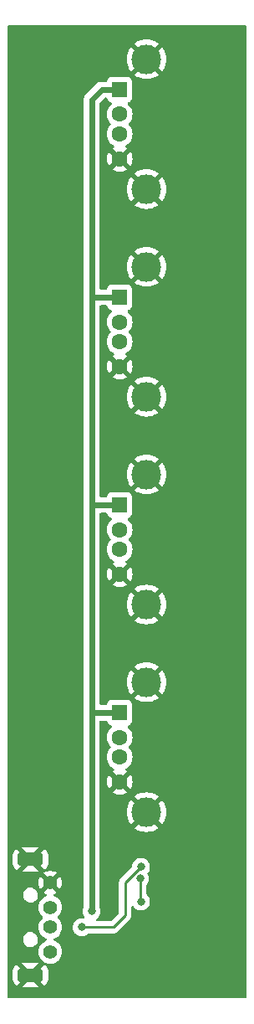
<source format=gbr>
%TF.GenerationSoftware,KiCad,Pcbnew,7.0.7*%
%TF.CreationDate,2024-02-11T16:58:00-05:00*%
%TF.ProjectId,HS8836A_USB_hub,48533838-3336-4415-9f55-53425f687562,rev?*%
%TF.SameCoordinates,Original*%
%TF.FileFunction,Copper,L2,Bot*%
%TF.FilePolarity,Positive*%
%FSLAX46Y46*%
G04 Gerber Fmt 4.6, Leading zero omitted, Abs format (unit mm)*
G04 Created by KiCad (PCBNEW 7.0.7) date 2024-02-11 16:58:00*
%MOMM*%
%LPD*%
G01*
G04 APERTURE LIST*
G04 Aperture macros list*
%AMRoundRect*
0 Rectangle with rounded corners*
0 $1 Rounding radius*
0 $2 $3 $4 $5 $6 $7 $8 $9 X,Y pos of 4 corners*
0 Add a 4 corners polygon primitive as box body*
4,1,4,$2,$3,$4,$5,$6,$7,$8,$9,$2,$3,0*
0 Add four circle primitives for the rounded corners*
1,1,$1+$1,$2,$3*
1,1,$1+$1,$4,$5*
1,1,$1+$1,$6,$7*
1,1,$1+$1,$8,$9*
0 Add four rect primitives between the rounded corners*
20,1,$1+$1,$2,$3,$4,$5,0*
20,1,$1+$1,$4,$5,$6,$7,0*
20,1,$1+$1,$6,$7,$8,$9,0*
20,1,$1+$1,$8,$9,$2,$3,0*%
G04 Aperture macros list end*
%TA.AperFunction,ComponentPad*%
%ADD10R,1.500000X1.600000*%
%TD*%
%TA.AperFunction,ComponentPad*%
%ADD11C,1.600000*%
%TD*%
%TA.AperFunction,ComponentPad*%
%ADD12C,3.000000*%
%TD*%
%TA.AperFunction,ComponentPad*%
%ADD13RoundRect,0.350000X-0.950000X0.350000X-0.950000X-0.350000X0.950000X-0.350000X0.950000X0.350000X0*%
%TD*%
%TA.AperFunction,ComponentPad*%
%ADD14C,1.400000*%
%TD*%
%TA.AperFunction,ViaPad*%
%ADD15C,0.800000*%
%TD*%
%TA.AperFunction,Conductor*%
%ADD16C,0.600000*%
%TD*%
%TA.AperFunction,Conductor*%
%ADD17C,0.250000*%
%TD*%
G04 APERTURE END LIST*
D10*
%TO.P,J4,1,VBUS*%
%TO.N,VCC*%
X145840000Y-76300000D03*
D11*
%TO.P,J4,2,D-*%
%TO.N,Net-(J4-D-)*%
X145840000Y-78800000D03*
%TO.P,J4,3,D+*%
%TO.N,Net-(J4-D+)*%
X145840000Y-80800000D03*
%TO.P,J4,4,GND*%
%TO.N,GND*%
X145840000Y-83300000D03*
D12*
%TO.P,J4,5,Shield*%
X148550000Y-86370000D03*
X148550000Y-73230000D03*
%TD*%
D13*
%TO.P,Jr1,5,Shield*%
%TO.N,GND*%
X136800000Y-144850000D03*
X136800000Y-133150000D03*
D14*
%TO.P,Jr1,4,GND*%
X138800000Y-135500000D03*
%TO.P,Jr1,3,D+*%
%TO.N,Net-(Jr1-D+)*%
X138800000Y-138000000D03*
%TO.P,Jr1,2,D-*%
%TO.N,Net-(Jr1-D-)*%
X138800000Y-140000000D03*
%TO.P,Jr1,1,VBUS*%
%TO.N,VCC*%
X138800000Y-142500000D03*
%TD*%
D12*
%TO.P,J5,5,Shield*%
%TO.N,GND*%
X148550000Y-52230000D03*
X148550000Y-65370000D03*
D11*
%TO.P,J5,4,GND*%
X145840000Y-62300000D03*
%TO.P,J5,3,D+*%
%TO.N,Net-(J5-D+)*%
X145840000Y-59800000D03*
%TO.P,J5,2,D-*%
%TO.N,Net-(J5-D-)*%
X145840000Y-57800000D03*
D10*
%TO.P,J5,1,VBUS*%
%TO.N,VCC*%
X145840000Y-55300000D03*
%TD*%
%TO.P,J3,1,VBUS*%
%TO.N,VCC*%
X145840000Y-97300000D03*
D11*
%TO.P,J3,2,D-*%
%TO.N,Net-(J3-D-)*%
X145840000Y-99800000D03*
%TO.P,J3,3,D+*%
%TO.N,Net-(J3-D+)*%
X145840000Y-101800000D03*
%TO.P,J3,4,GND*%
%TO.N,GND*%
X145840000Y-104300000D03*
D12*
%TO.P,J3,5,Shield*%
X148550000Y-107370000D03*
X148550000Y-94230000D03*
%TD*%
%TO.P,J2,5,Shield*%
%TO.N,GND*%
X148550000Y-115230000D03*
X148550000Y-128370000D03*
D11*
%TO.P,J2,4,GND*%
X145840000Y-125300000D03*
%TO.P,J2,3,D+*%
%TO.N,Net-(J2-D+)*%
X145840000Y-122800000D03*
%TO.P,J2,2,D-*%
%TO.N,Net-(J2-D-)*%
X145840000Y-120800000D03*
D10*
%TO.P,J2,1,VBUS*%
%TO.N,VCC*%
X145840000Y-118300000D03*
%TD*%
D15*
%TO.N,GND*%
X156100000Y-145700000D03*
X152600000Y-145700000D03*
%TO.N,VCC*%
X143000000Y-138400000D03*
%TO.N,Net-(Jr1-D-)*%
X142000000Y-140000000D03*
X148000000Y-133900000D03*
%TO.N,Net-(U1-DCP)*%
X147900000Y-135100000D03*
X148000000Y-137400000D03*
%TD*%
D16*
%TO.N,VCC*%
X145840000Y-118300000D02*
X143000000Y-118300000D01*
X143000000Y-118300000D02*
X143000000Y-97400000D01*
X143000000Y-138400000D02*
X143000000Y-118300000D01*
X145840000Y-97300000D02*
X143100000Y-97300000D01*
X143000000Y-97400000D02*
X143000000Y-76200000D01*
X143100000Y-97300000D02*
X143000000Y-97400000D01*
X143100000Y-76300000D02*
X143000000Y-76200000D01*
X145840000Y-76300000D02*
X143100000Y-76300000D01*
X143000000Y-76200000D02*
X143000000Y-56300000D01*
X144000000Y-55300000D02*
X145840000Y-55300000D01*
X143000000Y-56300000D02*
X144000000Y-55300000D01*
D17*
%TO.N,Net-(Jr1-D-)*%
X146400000Y-138800000D02*
X146400000Y-135500000D01*
X146400000Y-135500000D02*
X148000000Y-133900000D01*
X145200000Y-140000000D02*
X146400000Y-138800000D01*
X142000000Y-140000000D02*
X145200000Y-140000000D01*
%TO.N,Net-(U1-DCP)*%
X147900000Y-137300000D02*
X148000000Y-137400000D01*
X147900000Y-135100000D02*
X147900000Y-137300000D01*
%TD*%
%TA.AperFunction,Conductor*%
%TO.N,GND*%
G36*
X158642539Y-48820185D02*
G01*
X158688294Y-48872989D01*
X158699500Y-48924500D01*
X158699500Y-147075500D01*
X158679815Y-147142539D01*
X158627011Y-147188294D01*
X158575500Y-147199500D01*
X134574500Y-147199500D01*
X134507461Y-147179815D01*
X134461706Y-147127011D01*
X134450500Y-147075500D01*
X134450500Y-144426086D01*
X135000000Y-144426086D01*
X135000001Y-145273911D01*
X135000001Y-145273912D01*
X135002814Y-145315423D01*
X135002814Y-145315425D01*
X135047435Y-145494849D01*
X135129581Y-145660481D01*
X135245413Y-145804582D01*
X135382039Y-145914406D01*
X135963822Y-145332623D01*
X136025145Y-145299138D01*
X136072599Y-145301162D01*
X136072983Y-145298615D01*
X136082172Y-145300000D01*
X136404191Y-145300000D01*
X136471230Y-145319685D01*
X136516985Y-145372489D01*
X136526929Y-145441647D01*
X136497904Y-145505203D01*
X136491872Y-145511681D01*
X135953553Y-146049998D01*
X135953554Y-146049999D01*
X137646445Y-146049999D01*
X137646445Y-146049998D01*
X137108128Y-145511681D01*
X137074643Y-145450358D01*
X137079627Y-145380666D01*
X137121499Y-145324733D01*
X137186963Y-145300316D01*
X137195809Y-145300000D01*
X137483723Y-145300000D01*
X137483724Y-145300000D01*
X137525958Y-145293634D01*
X137595182Y-145303106D01*
X137632121Y-145328568D01*
X138217960Y-145914407D01*
X138354584Y-145804585D01*
X138354585Y-145804584D01*
X138470418Y-145660481D01*
X138552564Y-145494849D01*
X138597184Y-145315431D01*
X138600000Y-145273914D01*
X138599999Y-144426089D01*
X138599999Y-144426088D01*
X138597185Y-144384576D01*
X138597185Y-144384574D01*
X138552564Y-144205150D01*
X138470418Y-144039518D01*
X138354587Y-143895417D01*
X138354582Y-143895412D01*
X138304613Y-143855246D01*
X138264695Y-143797902D01*
X138262450Y-143737167D01*
X138259499Y-143743929D01*
X138249858Y-143750356D01*
X138251527Y-143752025D01*
X137636176Y-144367375D01*
X137574853Y-144400860D01*
X137527397Y-144398847D01*
X137527015Y-144401385D01*
X137517827Y-144400000D01*
X137195808Y-144400000D01*
X137128769Y-144380315D01*
X137083014Y-144327511D01*
X137073070Y-144258353D01*
X137102095Y-144194797D01*
X137108127Y-144188319D01*
X137646445Y-143650000D01*
X135953554Y-143650000D01*
X136491872Y-144188319D01*
X136525357Y-144249642D01*
X136520373Y-144319334D01*
X136478501Y-144375267D01*
X136413037Y-144399684D01*
X136404191Y-144400000D01*
X136116265Y-144400000D01*
X136074039Y-144406365D01*
X136004814Y-144396891D01*
X135967878Y-144371431D01*
X135382039Y-143785592D01*
X135382038Y-143785592D01*
X135245417Y-143895412D01*
X135245412Y-143895417D01*
X135129581Y-144039518D01*
X135047435Y-144205150D01*
X135002815Y-144384568D01*
X135000000Y-144426086D01*
X134450500Y-144426086D01*
X134450500Y-142500000D01*
X137594357Y-142500000D01*
X137614884Y-142721535D01*
X137614885Y-142721537D01*
X137675769Y-142935523D01*
X137675775Y-142935538D01*
X137774938Y-143134683D01*
X137774943Y-143134691D01*
X137909020Y-143312238D01*
X138073437Y-143462123D01*
X138073439Y-143462125D01*
X138229712Y-143558885D01*
X138276348Y-143610913D01*
X138287452Y-143679895D01*
X138278523Y-143700347D01*
X138297694Y-143667948D01*
X138360135Y-143636596D01*
X138427094Y-143642972D01*
X138470060Y-143659618D01*
X138688757Y-143700500D01*
X138688759Y-143700500D01*
X138911241Y-143700500D01*
X138911243Y-143700500D01*
X139129940Y-143659618D01*
X139337401Y-143579247D01*
X139526562Y-143462124D01*
X139690981Y-143312236D01*
X139825058Y-143134689D01*
X139924229Y-142935528D01*
X139985115Y-142721536D01*
X140005643Y-142500000D01*
X139985115Y-142278464D01*
X139924229Y-142064472D01*
X139892375Y-142000500D01*
X139825061Y-141865316D01*
X139825056Y-141865308D01*
X139690979Y-141687761D01*
X139526562Y-141537876D01*
X139526560Y-141537874D01*
X139337404Y-141420754D01*
X139337395Y-141420750D01*
X139265560Y-141392921D01*
X139195101Y-141365625D01*
X139139701Y-141323054D01*
X139116110Y-141257288D01*
X139131821Y-141189207D01*
X139181844Y-141140428D01*
X139195093Y-141134377D01*
X139337401Y-141079247D01*
X139526562Y-140962124D01*
X139690981Y-140812236D01*
X139825058Y-140634689D01*
X139924229Y-140435528D01*
X139985115Y-140221536D01*
X140005643Y-140000000D01*
X141094540Y-140000000D01*
X141114326Y-140188256D01*
X141114327Y-140188259D01*
X141172818Y-140368277D01*
X141172821Y-140368284D01*
X141267467Y-140532216D01*
X141359736Y-140634691D01*
X141394129Y-140672888D01*
X141547265Y-140784148D01*
X141547270Y-140784151D01*
X141720192Y-140861142D01*
X141720197Y-140861144D01*
X141905354Y-140900500D01*
X141905355Y-140900500D01*
X142094644Y-140900500D01*
X142094646Y-140900500D01*
X142279803Y-140861144D01*
X142452730Y-140784151D01*
X142605871Y-140672888D01*
X142608788Y-140669647D01*
X142611600Y-140666526D01*
X142671087Y-140629879D01*
X142703748Y-140625500D01*
X145117257Y-140625500D01*
X145132877Y-140627224D01*
X145132904Y-140626939D01*
X145140660Y-140627671D01*
X145140667Y-140627673D01*
X145209814Y-140625500D01*
X145239350Y-140625500D01*
X145246228Y-140624630D01*
X145252041Y-140624172D01*
X145298627Y-140622709D01*
X145317869Y-140617117D01*
X145336912Y-140613174D01*
X145356792Y-140610664D01*
X145400122Y-140593507D01*
X145405646Y-140591617D01*
X145409396Y-140590527D01*
X145450390Y-140578618D01*
X145467629Y-140568422D01*
X145485103Y-140559862D01*
X145503727Y-140552488D01*
X145503727Y-140552487D01*
X145503732Y-140552486D01*
X145541449Y-140525082D01*
X145546305Y-140521892D01*
X145586420Y-140498170D01*
X145600589Y-140483999D01*
X145615379Y-140471368D01*
X145631587Y-140459594D01*
X145661299Y-140423676D01*
X145665212Y-140419376D01*
X146783787Y-139300802D01*
X146796042Y-139290986D01*
X146795859Y-139290764D01*
X146801866Y-139285792D01*
X146801877Y-139285786D01*
X146832775Y-139252882D01*
X146849227Y-139235364D01*
X146859671Y-139224918D01*
X146870120Y-139214471D01*
X146874379Y-139208978D01*
X146878152Y-139204561D01*
X146910062Y-139170582D01*
X146919713Y-139153024D01*
X146930396Y-139136761D01*
X146942673Y-139120936D01*
X146961185Y-139078153D01*
X146963738Y-139072941D01*
X146986197Y-139032092D01*
X146991180Y-139012680D01*
X146997481Y-138994280D01*
X147005437Y-138975896D01*
X147012729Y-138929852D01*
X147013906Y-138924171D01*
X147025500Y-138879019D01*
X147025500Y-138858982D01*
X147027027Y-138839582D01*
X147030160Y-138819804D01*
X147025775Y-138773415D01*
X147025500Y-138767577D01*
X147025500Y-137975891D01*
X147045185Y-137908852D01*
X147097989Y-137863097D01*
X147167147Y-137853153D01*
X147230703Y-137882178D01*
X147256888Y-137913892D01*
X147267467Y-137932216D01*
X147394129Y-138072888D01*
X147547265Y-138184148D01*
X147547270Y-138184151D01*
X147720192Y-138261142D01*
X147720197Y-138261144D01*
X147905354Y-138300500D01*
X147905355Y-138300500D01*
X148094644Y-138300500D01*
X148094646Y-138300500D01*
X148279803Y-138261144D01*
X148452730Y-138184151D01*
X148605871Y-138072888D01*
X148732533Y-137932216D01*
X148827179Y-137768284D01*
X148885674Y-137588256D01*
X148905460Y-137400000D01*
X148885674Y-137211744D01*
X148827179Y-137031716D01*
X148732533Y-136867784D01*
X148605871Y-136727112D01*
X148576613Y-136705854D01*
X148533949Y-136650526D01*
X148525500Y-136605538D01*
X148525500Y-135798687D01*
X148545185Y-135731648D01*
X148557350Y-135715715D01*
X148601879Y-135666260D01*
X148632533Y-135632216D01*
X148727179Y-135468284D01*
X148785674Y-135288256D01*
X148805460Y-135100000D01*
X148785674Y-134911744D01*
X148727179Y-134731716D01*
X148668957Y-134630872D01*
X148652484Y-134562971D01*
X148675337Y-134496944D01*
X148684180Y-134485916D01*
X148732533Y-134432216D01*
X148827179Y-134268284D01*
X148885674Y-134088256D01*
X148905460Y-133900000D01*
X148885674Y-133711744D01*
X148827179Y-133531716D01*
X148732533Y-133367784D01*
X148605871Y-133227112D01*
X148605870Y-133227111D01*
X148452734Y-133115851D01*
X148452729Y-133115848D01*
X148279807Y-133038857D01*
X148279802Y-133038855D01*
X148134001Y-133007865D01*
X148094646Y-132999500D01*
X147905354Y-132999500D01*
X147872897Y-133006398D01*
X147720197Y-133038855D01*
X147720192Y-133038857D01*
X147547270Y-133115848D01*
X147547265Y-133115851D01*
X147394129Y-133227111D01*
X147267466Y-133367785D01*
X147172821Y-133531715D01*
X147172818Y-133531722D01*
X147114327Y-133711740D01*
X147114326Y-133711744D01*
X147096679Y-133879649D01*
X147070094Y-133944263D01*
X147061039Y-133954368D01*
X146016208Y-134999199D01*
X146003951Y-135009020D01*
X146004134Y-135009241D01*
X145998123Y-135014213D01*
X145950772Y-135064636D01*
X145929889Y-135085518D01*
X145929877Y-135085532D01*
X145925621Y-135091017D01*
X145921837Y-135095447D01*
X145889937Y-135129418D01*
X145889936Y-135129420D01*
X145880284Y-135146976D01*
X145869610Y-135163226D01*
X145857329Y-135179061D01*
X145857324Y-135179068D01*
X145838815Y-135221838D01*
X145836245Y-135227084D01*
X145813803Y-135267906D01*
X145808822Y-135287307D01*
X145802521Y-135305710D01*
X145794562Y-135324102D01*
X145794561Y-135324105D01*
X145787271Y-135370127D01*
X145786087Y-135375846D01*
X145774501Y-135420972D01*
X145774500Y-135420982D01*
X145774500Y-135441016D01*
X145772973Y-135460415D01*
X145769840Y-135480194D01*
X145769840Y-135480195D01*
X145774225Y-135526583D01*
X145774500Y-135532421D01*
X145774500Y-138489546D01*
X145754815Y-138556585D01*
X145738181Y-138577227D01*
X144977228Y-139338181D01*
X144915905Y-139371666D01*
X144889547Y-139374500D01*
X143572370Y-139374500D01*
X143505331Y-139354815D01*
X143459576Y-139302011D01*
X143449632Y-139232853D01*
X143478657Y-139169297D01*
X143499485Y-139150182D01*
X143539740Y-139120935D01*
X143605871Y-139072888D01*
X143732533Y-138932216D01*
X143827179Y-138768284D01*
X143885674Y-138588256D01*
X143905460Y-138400000D01*
X143885674Y-138211744D01*
X143827179Y-138031716D01*
X143827178Y-138031715D01*
X143827178Y-138031713D01*
X143817112Y-138014277D01*
X143800500Y-137952279D01*
X143800500Y-128370001D01*
X146544891Y-128370001D01*
X146565300Y-128655362D01*
X146626109Y-128934895D01*
X146726091Y-129202958D01*
X146863191Y-129454038D01*
X146863196Y-129454046D01*
X146969882Y-129596561D01*
X146969883Y-129596562D01*
X147475525Y-129090920D01*
X147536848Y-129057435D01*
X147606539Y-129062419D01*
X147654841Y-129095061D01*
X147771930Y-129223500D01*
X147771933Y-129223503D01*
X147816673Y-129257289D01*
X147858310Y-129313397D01*
X147863002Y-129383109D01*
X147829628Y-129443924D01*
X147323436Y-129950115D01*
X147465960Y-130056807D01*
X147465961Y-130056808D01*
X147717042Y-130193908D01*
X147717041Y-130193908D01*
X147985104Y-130293890D01*
X148264637Y-130354699D01*
X148549999Y-130375109D01*
X148550001Y-130375109D01*
X148835362Y-130354699D01*
X149114895Y-130293890D01*
X149382958Y-130193908D01*
X149634047Y-130056803D01*
X149776561Y-129950116D01*
X149776562Y-129950115D01*
X149270371Y-129443924D01*
X149236886Y-129382601D01*
X149241870Y-129312909D01*
X149283325Y-129257289D01*
X149328069Y-129223501D01*
X149445157Y-129095062D01*
X149504867Y-129058781D01*
X149574715Y-129060542D01*
X149624474Y-129090920D01*
X150130115Y-129596562D01*
X150130116Y-129596561D01*
X150236803Y-129454047D01*
X150373908Y-129202958D01*
X150473890Y-128934895D01*
X150534699Y-128655362D01*
X150555109Y-128370001D01*
X150555109Y-128369998D01*
X150534699Y-128084637D01*
X150473890Y-127805104D01*
X150373908Y-127537041D01*
X150236808Y-127285961D01*
X150236807Y-127285960D01*
X150130115Y-127143436D01*
X150130114Y-127143436D01*
X149624473Y-127649078D01*
X149563150Y-127682563D01*
X149493458Y-127677579D01*
X149445155Y-127644935D01*
X149328071Y-127516500D01*
X149283324Y-127482709D01*
X149241688Y-127426600D01*
X149236997Y-127356888D01*
X149270370Y-127296074D01*
X149776562Y-126789883D01*
X149776561Y-126789882D01*
X149634046Y-126683196D01*
X149634038Y-126683191D01*
X149382957Y-126546091D01*
X149382958Y-126546091D01*
X149114895Y-126446109D01*
X148835362Y-126385300D01*
X148550001Y-126364891D01*
X148549999Y-126364891D01*
X148264637Y-126385300D01*
X147985104Y-126446109D01*
X147717041Y-126546091D01*
X147465961Y-126683191D01*
X147465953Y-126683196D01*
X147323437Y-126789882D01*
X147323436Y-126789883D01*
X147829628Y-127296074D01*
X147863113Y-127357397D01*
X147858129Y-127427088D01*
X147816676Y-127482707D01*
X147771933Y-127516496D01*
X147654843Y-127644937D01*
X147595131Y-127681218D01*
X147525284Y-127679457D01*
X147475525Y-127649079D01*
X146969883Y-127143436D01*
X146969882Y-127143437D01*
X146863196Y-127285953D01*
X146863191Y-127285961D01*
X146726091Y-127537041D01*
X146626109Y-127805104D01*
X146565300Y-128084637D01*
X146544891Y-128369998D01*
X146544891Y-128370001D01*
X143800500Y-128370001D01*
X143800500Y-119224500D01*
X143820185Y-119157461D01*
X143872989Y-119111706D01*
X143924500Y-119100500D01*
X144473023Y-119100500D01*
X144540062Y-119120185D01*
X144585817Y-119172989D01*
X144593266Y-119200134D01*
X144594124Y-119199932D01*
X144595907Y-119207479D01*
X144646202Y-119342328D01*
X144646206Y-119342335D01*
X144732452Y-119457544D01*
X144732455Y-119457547D01*
X144847664Y-119543793D01*
X144847671Y-119543797D01*
X144965655Y-119587802D01*
X145021589Y-119629673D01*
X145046006Y-119695137D01*
X145031155Y-119763410D01*
X145004508Y-119795943D01*
X145004689Y-119796124D01*
X145002878Y-119797934D01*
X145002028Y-119798973D01*
X145000859Y-119799953D01*
X144839954Y-119960858D01*
X144709432Y-120147265D01*
X144709431Y-120147267D01*
X144613261Y-120353502D01*
X144613258Y-120353511D01*
X144554366Y-120573302D01*
X144554364Y-120573313D01*
X144534532Y-120799998D01*
X144534532Y-120800001D01*
X144554364Y-121026686D01*
X144554366Y-121026697D01*
X144613258Y-121246488D01*
X144613261Y-121246497D01*
X144709431Y-121452732D01*
X144709432Y-121452734D01*
X144839951Y-121639137D01*
X144913132Y-121712319D01*
X144946616Y-121773643D01*
X144941631Y-121843334D01*
X144913132Y-121887681D01*
X144839951Y-121960862D01*
X144709432Y-122147265D01*
X144709431Y-122147267D01*
X144613261Y-122353502D01*
X144613258Y-122353511D01*
X144554366Y-122573302D01*
X144554364Y-122573313D01*
X144534532Y-122799998D01*
X144534532Y-122800001D01*
X144554364Y-123026686D01*
X144554366Y-123026697D01*
X144613258Y-123246488D01*
X144613261Y-123246497D01*
X144709431Y-123452732D01*
X144709432Y-123452734D01*
X144839954Y-123639141D01*
X145000858Y-123800045D01*
X145000861Y-123800047D01*
X145187266Y-123930568D01*
X145202975Y-123937893D01*
X145255414Y-123984064D01*
X145274567Y-124051257D01*
X145254352Y-124118138D01*
X145202979Y-124162656D01*
X145187512Y-124169868D01*
X145114527Y-124220972D01*
X145114526Y-124220973D01*
X145599160Y-124705606D01*
X145632645Y-124766929D01*
X145627661Y-124836620D01*
X145585790Y-124892554D01*
X145581170Y-124895761D01*
X145477325Y-124985744D01*
X145441137Y-125042053D01*
X145388332Y-125087808D01*
X145319174Y-125097751D01*
X145255618Y-125068725D01*
X145249141Y-125062694D01*
X144760973Y-124574526D01*
X144709868Y-124647513D01*
X144613734Y-124853673D01*
X144613730Y-124853682D01*
X144554860Y-125073389D01*
X144554858Y-125073400D01*
X144535034Y-125299997D01*
X144535034Y-125300002D01*
X144554858Y-125526599D01*
X144554860Y-125526610D01*
X144613730Y-125746317D01*
X144613734Y-125746326D01*
X144709865Y-125952481D01*
X144709866Y-125952483D01*
X144760973Y-126025471D01*
X144760973Y-126025472D01*
X145249141Y-125537304D01*
X145310464Y-125503819D01*
X145380155Y-125508803D01*
X145436089Y-125550674D01*
X145441132Y-125557938D01*
X145477327Y-125614258D01*
X145580555Y-125703705D01*
X145587258Y-125709513D01*
X145585970Y-125710999D01*
X145624268Y-125755188D01*
X145634219Y-125824345D01*
X145605200Y-125887904D01*
X145599160Y-125894392D01*
X145114526Y-126379025D01*
X145114526Y-126379026D01*
X145187512Y-126430131D01*
X145187516Y-126430133D01*
X145393673Y-126526265D01*
X145393682Y-126526269D01*
X145613389Y-126585139D01*
X145613400Y-126585141D01*
X145839998Y-126604966D01*
X145840002Y-126604966D01*
X146066599Y-126585141D01*
X146066610Y-126585139D01*
X146286317Y-126526269D01*
X146286331Y-126526264D01*
X146492478Y-126430136D01*
X146565472Y-126379025D01*
X146080839Y-125894393D01*
X146047354Y-125833070D01*
X146052338Y-125763379D01*
X146094209Y-125707445D01*
X146098834Y-125704233D01*
X146099441Y-125703706D01*
X146099445Y-125703705D01*
X146202673Y-125614258D01*
X146238862Y-125557945D01*
X146291665Y-125512192D01*
X146360823Y-125502248D01*
X146424379Y-125531272D01*
X146430858Y-125537305D01*
X146919025Y-126025472D01*
X146970136Y-125952478D01*
X147066264Y-125746331D01*
X147066269Y-125746317D01*
X147125139Y-125526610D01*
X147125141Y-125526599D01*
X147144966Y-125300002D01*
X147144966Y-125299997D01*
X147125141Y-125073400D01*
X147125139Y-125073389D01*
X147066269Y-124853682D01*
X147066265Y-124853673D01*
X146970133Y-124647516D01*
X146970131Y-124647512D01*
X146919026Y-124574526D01*
X146919025Y-124574526D01*
X146430857Y-125062694D01*
X146369534Y-125096179D01*
X146299842Y-125091195D01*
X146243909Y-125049323D01*
X146238866Y-125042060D01*
X146202673Y-124985742D01*
X146099445Y-124896295D01*
X146099444Y-124896294D01*
X146092742Y-124890487D01*
X146094028Y-124889002D01*
X146055725Y-124844800D01*
X146045781Y-124775641D01*
X146074805Y-124712085D01*
X146080838Y-124705606D01*
X146565472Y-124220973D01*
X146492483Y-124169866D01*
X146492481Y-124169865D01*
X146477023Y-124162657D01*
X146424584Y-124116484D01*
X146405432Y-124049290D01*
X146425648Y-123982409D01*
X146477023Y-123937893D01*
X146492734Y-123930568D01*
X146679139Y-123800047D01*
X146840047Y-123639139D01*
X146970568Y-123452734D01*
X147066739Y-123246496D01*
X147125635Y-123026692D01*
X147145468Y-122800000D01*
X147125635Y-122573308D01*
X147066739Y-122353504D01*
X146970568Y-122147266D01*
X146840047Y-121960861D01*
X146766865Y-121887679D01*
X146733382Y-121826359D01*
X146738366Y-121756667D01*
X146766865Y-121712320D01*
X146840047Y-121639139D01*
X146970568Y-121452734D01*
X147066739Y-121246496D01*
X147125635Y-121026692D01*
X147145468Y-120800000D01*
X147125635Y-120573308D01*
X147066739Y-120353504D01*
X146970568Y-120147266D01*
X146840047Y-119960861D01*
X146840045Y-119960858D01*
X146679147Y-119799960D01*
X146677980Y-119798981D01*
X146677606Y-119798419D01*
X146675311Y-119796124D01*
X146675772Y-119795662D01*
X146639272Y-119740813D01*
X146638158Y-119670952D01*
X146674989Y-119611579D01*
X146714345Y-119587802D01*
X146832326Y-119543798D01*
X146832326Y-119543797D01*
X146832331Y-119543796D01*
X146947546Y-119457546D01*
X147033796Y-119342331D01*
X147084091Y-119207483D01*
X147090500Y-119147873D01*
X147090499Y-117452128D01*
X147084091Y-117392517D01*
X147033796Y-117257669D01*
X147033795Y-117257668D01*
X147033793Y-117257664D01*
X146947547Y-117142455D01*
X146947544Y-117142452D01*
X146832335Y-117056206D01*
X146832328Y-117056202D01*
X146697482Y-117005908D01*
X146697483Y-117005908D01*
X146637883Y-116999501D01*
X146637881Y-116999500D01*
X146637873Y-116999500D01*
X146637864Y-116999500D01*
X145042129Y-116999500D01*
X145042123Y-116999501D01*
X144982516Y-117005908D01*
X144847671Y-117056202D01*
X144847664Y-117056206D01*
X144732455Y-117142452D01*
X144732452Y-117142455D01*
X144646206Y-117257664D01*
X144646202Y-117257671D01*
X144595908Y-117392517D01*
X144594126Y-117400062D01*
X144591853Y-117399525D01*
X144569571Y-117453312D01*
X144512177Y-117493157D01*
X144473024Y-117499500D01*
X143924500Y-117499500D01*
X143857461Y-117479815D01*
X143811706Y-117427011D01*
X143800500Y-117375500D01*
X143800500Y-115230001D01*
X146544891Y-115230001D01*
X146565300Y-115515362D01*
X146626109Y-115794895D01*
X146726091Y-116062958D01*
X146863191Y-116314038D01*
X146863196Y-116314046D01*
X146969882Y-116456561D01*
X146969883Y-116456562D01*
X147475525Y-115950920D01*
X147536848Y-115917435D01*
X147606539Y-115922419D01*
X147654841Y-115955061D01*
X147771930Y-116083500D01*
X147771933Y-116083503D01*
X147816673Y-116117289D01*
X147858310Y-116173397D01*
X147863002Y-116243109D01*
X147829628Y-116303924D01*
X147323436Y-116810115D01*
X147465960Y-116916807D01*
X147465961Y-116916808D01*
X147717042Y-117053908D01*
X147717041Y-117053908D01*
X147985104Y-117153890D01*
X148264637Y-117214699D01*
X148549999Y-117235109D01*
X148550001Y-117235109D01*
X148835362Y-117214699D01*
X149114895Y-117153890D01*
X149382958Y-117053908D01*
X149634047Y-116916803D01*
X149776561Y-116810116D01*
X149776562Y-116810115D01*
X149270371Y-116303924D01*
X149236886Y-116242601D01*
X149241870Y-116172909D01*
X149283325Y-116117289D01*
X149328069Y-116083501D01*
X149445157Y-115955062D01*
X149504867Y-115918781D01*
X149574715Y-115920542D01*
X149624474Y-115950920D01*
X150130115Y-116456562D01*
X150130116Y-116456561D01*
X150236803Y-116314047D01*
X150373908Y-116062958D01*
X150473890Y-115794895D01*
X150534699Y-115515362D01*
X150555109Y-115230001D01*
X150555109Y-115229998D01*
X150534699Y-114944637D01*
X150473890Y-114665104D01*
X150373908Y-114397041D01*
X150236808Y-114145961D01*
X150236807Y-114145960D01*
X150130115Y-114003436D01*
X150130114Y-114003436D01*
X149624473Y-114509078D01*
X149563150Y-114542563D01*
X149493458Y-114537579D01*
X149445155Y-114504935D01*
X149328071Y-114376500D01*
X149283324Y-114342709D01*
X149241688Y-114286600D01*
X149236997Y-114216888D01*
X149270370Y-114156074D01*
X149776562Y-113649883D01*
X149776561Y-113649882D01*
X149634046Y-113543196D01*
X149634038Y-113543191D01*
X149382957Y-113406091D01*
X149382958Y-113406091D01*
X149114895Y-113306109D01*
X148835362Y-113245300D01*
X148550001Y-113224891D01*
X148549999Y-113224891D01*
X148264637Y-113245300D01*
X147985104Y-113306109D01*
X147717041Y-113406091D01*
X147465961Y-113543191D01*
X147465953Y-113543196D01*
X147323437Y-113649882D01*
X147323436Y-113649883D01*
X147829628Y-114156074D01*
X147863113Y-114217397D01*
X147858129Y-114287088D01*
X147816676Y-114342707D01*
X147771933Y-114376496D01*
X147654843Y-114504937D01*
X147595131Y-114541218D01*
X147525284Y-114539457D01*
X147475525Y-114509079D01*
X146969883Y-114003436D01*
X146969882Y-114003437D01*
X146863196Y-114145953D01*
X146863191Y-114145961D01*
X146726091Y-114397041D01*
X146626109Y-114665104D01*
X146565300Y-114944637D01*
X146544891Y-115229998D01*
X146544891Y-115230001D01*
X143800500Y-115230001D01*
X143800500Y-107370001D01*
X146544891Y-107370001D01*
X146565300Y-107655362D01*
X146626109Y-107934895D01*
X146726091Y-108202958D01*
X146863191Y-108454038D01*
X146863196Y-108454046D01*
X146969882Y-108596561D01*
X146969883Y-108596562D01*
X147475525Y-108090920D01*
X147536848Y-108057435D01*
X147606539Y-108062419D01*
X147654841Y-108095061D01*
X147771930Y-108223500D01*
X147771933Y-108223503D01*
X147816673Y-108257289D01*
X147858310Y-108313397D01*
X147863002Y-108383109D01*
X147829628Y-108443924D01*
X147323436Y-108950115D01*
X147465960Y-109056807D01*
X147465961Y-109056808D01*
X147717042Y-109193908D01*
X147717041Y-109193908D01*
X147985104Y-109293890D01*
X148264637Y-109354699D01*
X148549999Y-109375109D01*
X148550001Y-109375109D01*
X148835362Y-109354699D01*
X149114895Y-109293890D01*
X149382958Y-109193908D01*
X149634047Y-109056803D01*
X149776561Y-108950116D01*
X149776562Y-108950115D01*
X149270371Y-108443924D01*
X149236886Y-108382601D01*
X149241870Y-108312909D01*
X149283325Y-108257289D01*
X149328069Y-108223501D01*
X149445157Y-108095062D01*
X149504867Y-108058781D01*
X149574715Y-108060542D01*
X149624474Y-108090920D01*
X150130115Y-108596562D01*
X150130116Y-108596561D01*
X150236803Y-108454047D01*
X150373908Y-108202958D01*
X150473890Y-107934895D01*
X150534699Y-107655362D01*
X150555109Y-107370001D01*
X150555109Y-107369998D01*
X150534699Y-107084637D01*
X150473890Y-106805104D01*
X150373908Y-106537041D01*
X150236808Y-106285961D01*
X150236807Y-106285960D01*
X150130115Y-106143436D01*
X150130114Y-106143436D01*
X149624473Y-106649078D01*
X149563150Y-106682563D01*
X149493458Y-106677579D01*
X149445155Y-106644935D01*
X149328071Y-106516500D01*
X149283324Y-106482709D01*
X149241688Y-106426600D01*
X149236997Y-106356888D01*
X149270370Y-106296074D01*
X149776562Y-105789883D01*
X149776561Y-105789882D01*
X149634046Y-105683196D01*
X149634038Y-105683191D01*
X149382957Y-105546091D01*
X149382958Y-105546091D01*
X149114895Y-105446109D01*
X148835362Y-105385300D01*
X148550001Y-105364891D01*
X148549999Y-105364891D01*
X148264637Y-105385300D01*
X147985104Y-105446109D01*
X147717041Y-105546091D01*
X147465961Y-105683191D01*
X147465953Y-105683196D01*
X147323437Y-105789882D01*
X147323436Y-105789883D01*
X147829628Y-106296074D01*
X147863113Y-106357397D01*
X147858129Y-106427088D01*
X147816676Y-106482707D01*
X147771933Y-106516496D01*
X147654843Y-106644937D01*
X147595131Y-106681218D01*
X147525284Y-106679457D01*
X147475525Y-106649079D01*
X146969883Y-106143436D01*
X146969882Y-106143437D01*
X146863196Y-106285953D01*
X146863191Y-106285961D01*
X146726091Y-106537041D01*
X146626109Y-106805104D01*
X146565300Y-107084637D01*
X146544891Y-107369998D01*
X146544891Y-107370001D01*
X143800500Y-107370001D01*
X143800500Y-98224500D01*
X143820185Y-98157461D01*
X143872989Y-98111706D01*
X143924500Y-98100500D01*
X144473023Y-98100500D01*
X144540062Y-98120185D01*
X144585817Y-98172989D01*
X144593266Y-98200134D01*
X144594124Y-98199932D01*
X144595907Y-98207479D01*
X144646202Y-98342328D01*
X144646206Y-98342335D01*
X144732452Y-98457544D01*
X144732455Y-98457547D01*
X144847664Y-98543793D01*
X144847671Y-98543797D01*
X144965655Y-98587802D01*
X145021589Y-98629673D01*
X145046006Y-98695137D01*
X145031155Y-98763410D01*
X145004508Y-98795943D01*
X145004689Y-98796124D01*
X145002878Y-98797934D01*
X145002028Y-98798973D01*
X145000859Y-98799953D01*
X144839954Y-98960858D01*
X144709432Y-99147265D01*
X144709431Y-99147267D01*
X144613261Y-99353502D01*
X144613258Y-99353511D01*
X144554366Y-99573302D01*
X144554364Y-99573313D01*
X144534532Y-99799998D01*
X144534532Y-99800001D01*
X144554364Y-100026686D01*
X144554366Y-100026697D01*
X144613258Y-100246488D01*
X144613261Y-100246497D01*
X144709431Y-100452732D01*
X144709432Y-100452734D01*
X144839951Y-100639137D01*
X144913132Y-100712319D01*
X144946616Y-100773643D01*
X144941631Y-100843334D01*
X144913132Y-100887681D01*
X144839951Y-100960862D01*
X144709432Y-101147265D01*
X144709431Y-101147267D01*
X144613261Y-101353502D01*
X144613258Y-101353511D01*
X144554366Y-101573302D01*
X144554364Y-101573313D01*
X144534532Y-101799998D01*
X144534532Y-101800001D01*
X144554364Y-102026686D01*
X144554366Y-102026697D01*
X144613258Y-102246488D01*
X144613261Y-102246497D01*
X144709431Y-102452732D01*
X144709432Y-102452734D01*
X144839954Y-102639141D01*
X145000858Y-102800045D01*
X145000861Y-102800047D01*
X145187266Y-102930568D01*
X145202975Y-102937893D01*
X145255414Y-102984064D01*
X145274567Y-103051257D01*
X145254352Y-103118138D01*
X145202979Y-103162656D01*
X145187512Y-103169868D01*
X145114527Y-103220972D01*
X145114526Y-103220973D01*
X145599160Y-103705606D01*
X145632645Y-103766929D01*
X145627661Y-103836620D01*
X145585790Y-103892554D01*
X145581170Y-103895761D01*
X145477325Y-103985744D01*
X145441137Y-104042053D01*
X145388332Y-104087808D01*
X145319174Y-104097751D01*
X145255618Y-104068725D01*
X145249141Y-104062694D01*
X144760973Y-103574526D01*
X144709868Y-103647513D01*
X144613734Y-103853673D01*
X144613730Y-103853682D01*
X144554860Y-104073389D01*
X144554858Y-104073400D01*
X144535034Y-104299997D01*
X144535034Y-104300002D01*
X144554858Y-104526599D01*
X144554860Y-104526610D01*
X144613730Y-104746317D01*
X144613734Y-104746326D01*
X144709865Y-104952481D01*
X144709866Y-104952483D01*
X144760973Y-105025471D01*
X144760973Y-105025472D01*
X145249141Y-104537304D01*
X145310464Y-104503819D01*
X145380155Y-104508803D01*
X145436089Y-104550674D01*
X145441132Y-104557938D01*
X145477327Y-104614258D01*
X145580555Y-104703705D01*
X145587258Y-104709513D01*
X145585970Y-104710999D01*
X145624268Y-104755188D01*
X145634219Y-104824345D01*
X145605200Y-104887904D01*
X145599160Y-104894392D01*
X145114526Y-105379025D01*
X145114526Y-105379026D01*
X145187512Y-105430131D01*
X145187516Y-105430133D01*
X145393673Y-105526265D01*
X145393682Y-105526269D01*
X145613389Y-105585139D01*
X145613400Y-105585141D01*
X145839998Y-105604966D01*
X145840002Y-105604966D01*
X146066599Y-105585141D01*
X146066610Y-105585139D01*
X146286317Y-105526269D01*
X146286331Y-105526264D01*
X146492478Y-105430136D01*
X146565472Y-105379025D01*
X146080839Y-104894393D01*
X146047354Y-104833070D01*
X146052338Y-104763379D01*
X146094209Y-104707445D01*
X146098834Y-104704233D01*
X146099441Y-104703706D01*
X146099445Y-104703705D01*
X146202673Y-104614258D01*
X146238862Y-104557945D01*
X146291665Y-104512192D01*
X146360823Y-104502248D01*
X146424379Y-104531272D01*
X146430858Y-104537305D01*
X146919025Y-105025472D01*
X146970136Y-104952478D01*
X147066264Y-104746331D01*
X147066269Y-104746317D01*
X147125139Y-104526610D01*
X147125141Y-104526599D01*
X147144966Y-104300002D01*
X147144966Y-104299997D01*
X147125141Y-104073400D01*
X147125139Y-104073389D01*
X147066269Y-103853682D01*
X147066265Y-103853673D01*
X146970133Y-103647516D01*
X146970131Y-103647512D01*
X146919026Y-103574526D01*
X146919025Y-103574526D01*
X146430857Y-104062694D01*
X146369534Y-104096179D01*
X146299842Y-104091195D01*
X146243909Y-104049323D01*
X146238866Y-104042060D01*
X146202673Y-103985742D01*
X146099445Y-103896295D01*
X146099444Y-103896294D01*
X146092742Y-103890487D01*
X146094028Y-103889002D01*
X146055725Y-103844800D01*
X146045781Y-103775641D01*
X146074805Y-103712085D01*
X146080838Y-103705606D01*
X146565472Y-103220973D01*
X146492483Y-103169866D01*
X146492481Y-103169865D01*
X146477023Y-103162657D01*
X146424584Y-103116484D01*
X146405432Y-103049290D01*
X146425648Y-102982409D01*
X146477023Y-102937893D01*
X146492734Y-102930568D01*
X146679139Y-102800047D01*
X146840047Y-102639139D01*
X146970568Y-102452734D01*
X147066739Y-102246496D01*
X147125635Y-102026692D01*
X147145468Y-101800000D01*
X147125635Y-101573308D01*
X147066739Y-101353504D01*
X146970568Y-101147266D01*
X146840047Y-100960861D01*
X146766865Y-100887679D01*
X146733382Y-100826359D01*
X146738366Y-100756667D01*
X146766865Y-100712320D01*
X146840047Y-100639139D01*
X146970568Y-100452734D01*
X147066739Y-100246496D01*
X147125635Y-100026692D01*
X147145468Y-99800000D01*
X147125635Y-99573308D01*
X147066739Y-99353504D01*
X146970568Y-99147266D01*
X146840047Y-98960861D01*
X146840045Y-98960858D01*
X146679147Y-98799960D01*
X146677980Y-98798981D01*
X146677606Y-98798419D01*
X146675311Y-98796124D01*
X146675772Y-98795662D01*
X146639272Y-98740813D01*
X146638158Y-98670952D01*
X146674989Y-98611579D01*
X146714345Y-98587802D01*
X146832326Y-98543798D01*
X146832326Y-98543797D01*
X146832331Y-98543796D01*
X146947546Y-98457546D01*
X147033796Y-98342331D01*
X147084091Y-98207483D01*
X147090500Y-98147873D01*
X147090499Y-96452128D01*
X147084091Y-96392517D01*
X147033796Y-96257669D01*
X147033795Y-96257668D01*
X147033793Y-96257664D01*
X146947547Y-96142455D01*
X146947544Y-96142452D01*
X146832335Y-96056206D01*
X146832328Y-96056202D01*
X146697482Y-96005908D01*
X146697483Y-96005908D01*
X146637883Y-95999501D01*
X146637881Y-95999500D01*
X146637873Y-95999500D01*
X146637864Y-95999500D01*
X145042129Y-95999500D01*
X145042123Y-95999501D01*
X144982516Y-96005908D01*
X144847671Y-96056202D01*
X144847664Y-96056206D01*
X144732455Y-96142452D01*
X144732452Y-96142455D01*
X144646206Y-96257664D01*
X144646202Y-96257671D01*
X144595908Y-96392517D01*
X144594126Y-96400062D01*
X144591853Y-96399525D01*
X144569571Y-96453312D01*
X144512177Y-96493157D01*
X144473024Y-96499500D01*
X143924500Y-96499500D01*
X143857461Y-96479815D01*
X143811706Y-96427011D01*
X143800500Y-96375500D01*
X143800500Y-94230001D01*
X146544891Y-94230001D01*
X146565300Y-94515362D01*
X146626109Y-94794895D01*
X146726091Y-95062958D01*
X146863191Y-95314038D01*
X146863196Y-95314046D01*
X146969882Y-95456561D01*
X146969883Y-95456562D01*
X147475525Y-94950920D01*
X147536848Y-94917435D01*
X147606539Y-94922419D01*
X147654841Y-94955061D01*
X147771930Y-95083500D01*
X147771933Y-95083503D01*
X147816673Y-95117289D01*
X147858310Y-95173397D01*
X147863002Y-95243109D01*
X147829628Y-95303924D01*
X147323436Y-95810115D01*
X147465960Y-95916807D01*
X147465961Y-95916808D01*
X147717042Y-96053908D01*
X147717041Y-96053908D01*
X147985104Y-96153890D01*
X148264637Y-96214699D01*
X148549999Y-96235109D01*
X148550001Y-96235109D01*
X148835362Y-96214699D01*
X149114895Y-96153890D01*
X149382958Y-96053908D01*
X149634047Y-95916803D01*
X149776561Y-95810116D01*
X149776562Y-95810115D01*
X149270371Y-95303924D01*
X149236886Y-95242601D01*
X149241870Y-95172909D01*
X149283325Y-95117289D01*
X149328069Y-95083501D01*
X149445157Y-94955062D01*
X149504867Y-94918781D01*
X149574715Y-94920542D01*
X149624474Y-94950920D01*
X150130115Y-95456562D01*
X150130116Y-95456561D01*
X150236803Y-95314047D01*
X150373908Y-95062958D01*
X150473890Y-94794895D01*
X150534699Y-94515362D01*
X150555109Y-94230001D01*
X150555109Y-94229998D01*
X150534699Y-93944637D01*
X150473890Y-93665104D01*
X150373908Y-93397041D01*
X150236808Y-93145961D01*
X150236807Y-93145960D01*
X150130115Y-93003436D01*
X150130114Y-93003436D01*
X149624473Y-93509078D01*
X149563150Y-93542563D01*
X149493458Y-93537579D01*
X149445155Y-93504935D01*
X149328071Y-93376500D01*
X149283324Y-93342709D01*
X149241688Y-93286600D01*
X149236997Y-93216888D01*
X149270370Y-93156074D01*
X149776562Y-92649883D01*
X149776561Y-92649882D01*
X149634046Y-92543196D01*
X149634038Y-92543191D01*
X149382957Y-92406091D01*
X149382958Y-92406091D01*
X149114895Y-92306109D01*
X148835362Y-92245300D01*
X148550001Y-92224891D01*
X148549999Y-92224891D01*
X148264637Y-92245300D01*
X147985104Y-92306109D01*
X147717041Y-92406091D01*
X147465961Y-92543191D01*
X147465953Y-92543196D01*
X147323437Y-92649882D01*
X147323436Y-92649883D01*
X147829628Y-93156074D01*
X147863113Y-93217397D01*
X147858129Y-93287088D01*
X147816676Y-93342707D01*
X147771933Y-93376496D01*
X147654843Y-93504937D01*
X147595131Y-93541218D01*
X147525284Y-93539457D01*
X147475525Y-93509079D01*
X146969883Y-93003436D01*
X146969882Y-93003437D01*
X146863196Y-93145953D01*
X146863191Y-93145961D01*
X146726091Y-93397041D01*
X146626109Y-93665104D01*
X146565300Y-93944637D01*
X146544891Y-94229998D01*
X146544891Y-94230001D01*
X143800500Y-94230001D01*
X143800500Y-86370001D01*
X146544891Y-86370001D01*
X146565300Y-86655362D01*
X146626109Y-86934895D01*
X146726091Y-87202958D01*
X146863191Y-87454038D01*
X146863196Y-87454046D01*
X146969882Y-87596561D01*
X146969883Y-87596562D01*
X147475525Y-87090920D01*
X147536848Y-87057435D01*
X147606539Y-87062419D01*
X147654841Y-87095061D01*
X147771930Y-87223500D01*
X147771933Y-87223503D01*
X147816673Y-87257289D01*
X147858310Y-87313397D01*
X147863002Y-87383109D01*
X147829628Y-87443924D01*
X147323436Y-87950115D01*
X147465960Y-88056807D01*
X147465961Y-88056808D01*
X147717042Y-88193908D01*
X147717041Y-88193908D01*
X147985104Y-88293890D01*
X148264637Y-88354699D01*
X148549999Y-88375109D01*
X148550001Y-88375109D01*
X148835362Y-88354699D01*
X149114895Y-88293890D01*
X149382958Y-88193908D01*
X149634047Y-88056803D01*
X149776561Y-87950116D01*
X149776562Y-87950115D01*
X149270371Y-87443924D01*
X149236886Y-87382601D01*
X149241870Y-87312909D01*
X149283325Y-87257289D01*
X149328069Y-87223501D01*
X149445157Y-87095062D01*
X149504867Y-87058781D01*
X149574715Y-87060542D01*
X149624474Y-87090920D01*
X150130115Y-87596562D01*
X150130116Y-87596561D01*
X150236803Y-87454047D01*
X150373908Y-87202958D01*
X150473890Y-86934895D01*
X150534699Y-86655362D01*
X150555109Y-86370001D01*
X150555109Y-86369998D01*
X150534699Y-86084637D01*
X150473890Y-85805104D01*
X150373908Y-85537041D01*
X150236808Y-85285961D01*
X150236807Y-85285960D01*
X150130115Y-85143436D01*
X150130114Y-85143436D01*
X149624473Y-85649078D01*
X149563150Y-85682563D01*
X149493458Y-85677579D01*
X149445155Y-85644935D01*
X149328071Y-85516500D01*
X149283324Y-85482709D01*
X149241688Y-85426600D01*
X149236997Y-85356888D01*
X149270370Y-85296074D01*
X149776562Y-84789883D01*
X149776561Y-84789882D01*
X149634046Y-84683196D01*
X149634038Y-84683191D01*
X149382957Y-84546091D01*
X149382958Y-84546091D01*
X149114895Y-84446109D01*
X148835362Y-84385300D01*
X148550001Y-84364891D01*
X148549999Y-84364891D01*
X148264637Y-84385300D01*
X147985104Y-84446109D01*
X147717041Y-84546091D01*
X147465961Y-84683191D01*
X147465953Y-84683196D01*
X147323437Y-84789882D01*
X147323436Y-84789883D01*
X147829628Y-85296074D01*
X147863113Y-85357397D01*
X147858129Y-85427088D01*
X147816676Y-85482707D01*
X147771933Y-85516496D01*
X147654843Y-85644937D01*
X147595131Y-85681218D01*
X147525284Y-85679457D01*
X147475525Y-85649079D01*
X146969883Y-85143436D01*
X146969882Y-85143437D01*
X146863196Y-85285953D01*
X146863191Y-85285961D01*
X146726091Y-85537041D01*
X146626109Y-85805104D01*
X146565300Y-86084637D01*
X146544891Y-86369998D01*
X146544891Y-86370001D01*
X143800500Y-86370001D01*
X143800500Y-77224500D01*
X143820185Y-77157461D01*
X143872989Y-77111706D01*
X143924500Y-77100500D01*
X144473023Y-77100500D01*
X144540062Y-77120185D01*
X144585817Y-77172989D01*
X144593266Y-77200134D01*
X144594124Y-77199932D01*
X144595907Y-77207479D01*
X144646202Y-77342328D01*
X144646206Y-77342335D01*
X144732452Y-77457544D01*
X144732455Y-77457547D01*
X144847664Y-77543793D01*
X144847671Y-77543797D01*
X144965655Y-77587802D01*
X145021589Y-77629673D01*
X145046006Y-77695137D01*
X145031155Y-77763410D01*
X145004508Y-77795943D01*
X145004689Y-77796124D01*
X145002878Y-77797934D01*
X145002028Y-77798973D01*
X145000859Y-77799953D01*
X144839954Y-77960858D01*
X144709432Y-78147265D01*
X144709431Y-78147267D01*
X144613261Y-78353502D01*
X144613258Y-78353511D01*
X144554366Y-78573302D01*
X144554364Y-78573313D01*
X144534532Y-78799998D01*
X144534532Y-78800001D01*
X144554364Y-79026686D01*
X144554366Y-79026697D01*
X144613258Y-79246488D01*
X144613261Y-79246497D01*
X144709431Y-79452732D01*
X144709432Y-79452734D01*
X144839951Y-79639137D01*
X144839952Y-79639138D01*
X144839953Y-79639139D01*
X144913133Y-79712319D01*
X144946617Y-79773640D01*
X144941633Y-79843332D01*
X144913133Y-79887679D01*
X144839955Y-79960858D01*
X144839948Y-79960866D01*
X144709432Y-80147265D01*
X144709431Y-80147267D01*
X144613261Y-80353502D01*
X144613258Y-80353511D01*
X144554366Y-80573302D01*
X144554364Y-80573313D01*
X144534532Y-80799998D01*
X144534532Y-80800001D01*
X144554364Y-81026686D01*
X144554366Y-81026697D01*
X144613258Y-81246488D01*
X144613261Y-81246497D01*
X144709431Y-81452732D01*
X144709432Y-81452734D01*
X144839954Y-81639141D01*
X145000858Y-81800045D01*
X145000861Y-81800047D01*
X145187266Y-81930568D01*
X145202975Y-81937893D01*
X145255414Y-81984064D01*
X145274567Y-82051257D01*
X145254352Y-82118138D01*
X145202979Y-82162656D01*
X145187512Y-82169868D01*
X145114527Y-82220972D01*
X145114526Y-82220973D01*
X145599160Y-82705606D01*
X145632645Y-82766929D01*
X145627661Y-82836620D01*
X145585790Y-82892554D01*
X145581170Y-82895761D01*
X145477325Y-82985744D01*
X145441137Y-83042053D01*
X145388332Y-83087808D01*
X145319174Y-83097751D01*
X145255618Y-83068725D01*
X145249141Y-83062694D01*
X144760973Y-82574526D01*
X144709868Y-82647513D01*
X144613734Y-82853673D01*
X144613730Y-82853682D01*
X144554860Y-83073389D01*
X144554858Y-83073400D01*
X144535034Y-83299997D01*
X144535034Y-83300002D01*
X144554858Y-83526599D01*
X144554860Y-83526610D01*
X144613730Y-83746317D01*
X144613734Y-83746326D01*
X144709865Y-83952481D01*
X144709866Y-83952483D01*
X144760973Y-84025471D01*
X144760973Y-84025472D01*
X145249141Y-83537304D01*
X145310464Y-83503819D01*
X145380155Y-83508803D01*
X145436089Y-83550674D01*
X145441132Y-83557938D01*
X145477327Y-83614258D01*
X145580555Y-83703705D01*
X145587258Y-83709513D01*
X145585970Y-83710999D01*
X145624268Y-83755188D01*
X145634219Y-83824345D01*
X145605200Y-83887904D01*
X145599160Y-83894392D01*
X145114526Y-84379025D01*
X145114526Y-84379026D01*
X145187512Y-84430131D01*
X145187516Y-84430133D01*
X145393673Y-84526265D01*
X145393682Y-84526269D01*
X145613389Y-84585139D01*
X145613400Y-84585141D01*
X145839998Y-84604966D01*
X145840002Y-84604966D01*
X146066599Y-84585141D01*
X146066610Y-84585139D01*
X146286317Y-84526269D01*
X146286331Y-84526264D01*
X146492478Y-84430136D01*
X146565472Y-84379025D01*
X146080839Y-83894393D01*
X146047354Y-83833070D01*
X146052338Y-83763379D01*
X146094209Y-83707445D01*
X146098834Y-83704233D01*
X146099441Y-83703706D01*
X146099445Y-83703705D01*
X146202673Y-83614258D01*
X146238862Y-83557945D01*
X146291665Y-83512192D01*
X146360823Y-83502248D01*
X146424379Y-83531272D01*
X146430858Y-83537305D01*
X146919025Y-84025472D01*
X146970136Y-83952478D01*
X147066264Y-83746331D01*
X147066269Y-83746317D01*
X147125139Y-83526610D01*
X147125141Y-83526599D01*
X147144966Y-83300002D01*
X147144966Y-83299997D01*
X147125141Y-83073400D01*
X147125139Y-83073389D01*
X147066269Y-82853682D01*
X147066265Y-82853673D01*
X146970133Y-82647516D01*
X146970131Y-82647512D01*
X146919026Y-82574526D01*
X146919025Y-82574526D01*
X146430857Y-83062694D01*
X146369534Y-83096179D01*
X146299842Y-83091195D01*
X146243909Y-83049323D01*
X146238866Y-83042060D01*
X146202673Y-82985742D01*
X146099445Y-82896295D01*
X146099444Y-82896294D01*
X146092742Y-82890487D01*
X146094028Y-82889002D01*
X146055725Y-82844800D01*
X146045781Y-82775641D01*
X146074805Y-82712085D01*
X146080838Y-82705606D01*
X146565472Y-82220973D01*
X146492483Y-82169866D01*
X146492481Y-82169865D01*
X146477023Y-82162657D01*
X146424584Y-82116484D01*
X146405432Y-82049290D01*
X146425648Y-81982409D01*
X146477023Y-81937893D01*
X146492734Y-81930568D01*
X146679139Y-81800047D01*
X146840047Y-81639139D01*
X146970568Y-81452734D01*
X147066739Y-81246496D01*
X147125635Y-81026692D01*
X147145468Y-80800000D01*
X147125635Y-80573308D01*
X147066739Y-80353504D01*
X146970568Y-80147266D01*
X146840047Y-79960861D01*
X146766865Y-79887679D01*
X146733382Y-79826359D01*
X146738366Y-79756667D01*
X146766865Y-79712320D01*
X146840047Y-79639139D01*
X146970568Y-79452734D01*
X147066739Y-79246496D01*
X147125635Y-79026692D01*
X147145468Y-78800000D01*
X147125635Y-78573308D01*
X147066739Y-78353504D01*
X146970568Y-78147266D01*
X146840047Y-77960861D01*
X146840045Y-77960858D01*
X146679147Y-77799960D01*
X146677980Y-77798981D01*
X146677606Y-77798419D01*
X146675311Y-77796124D01*
X146675772Y-77795662D01*
X146639272Y-77740813D01*
X146638158Y-77670952D01*
X146674989Y-77611579D01*
X146714345Y-77587802D01*
X146832326Y-77543798D01*
X146832326Y-77543797D01*
X146832331Y-77543796D01*
X146947546Y-77457546D01*
X147033796Y-77342331D01*
X147084091Y-77207483D01*
X147090500Y-77147873D01*
X147090499Y-75452128D01*
X147084091Y-75392517D01*
X147033796Y-75257669D01*
X147033795Y-75257668D01*
X147033793Y-75257664D01*
X146947547Y-75142455D01*
X146947544Y-75142452D01*
X146832335Y-75056206D01*
X146832328Y-75056202D01*
X146697482Y-75005908D01*
X146697483Y-75005908D01*
X146637883Y-74999501D01*
X146637881Y-74999500D01*
X146637873Y-74999500D01*
X146637864Y-74999500D01*
X145042129Y-74999500D01*
X145042123Y-74999501D01*
X144982516Y-75005908D01*
X144847671Y-75056202D01*
X144847664Y-75056206D01*
X144732455Y-75142452D01*
X144732452Y-75142455D01*
X144646206Y-75257664D01*
X144646202Y-75257671D01*
X144595908Y-75392517D01*
X144594126Y-75400062D01*
X144591853Y-75399525D01*
X144569571Y-75453312D01*
X144512177Y-75493157D01*
X144473024Y-75499500D01*
X143924500Y-75499500D01*
X143857461Y-75479815D01*
X143811706Y-75427011D01*
X143800500Y-75375500D01*
X143800500Y-73230001D01*
X146544891Y-73230001D01*
X146565300Y-73515362D01*
X146626109Y-73794895D01*
X146726091Y-74062958D01*
X146863191Y-74314038D01*
X146863196Y-74314046D01*
X146969882Y-74456561D01*
X146969883Y-74456562D01*
X147475525Y-73950920D01*
X147536848Y-73917435D01*
X147606539Y-73922419D01*
X147654841Y-73955061D01*
X147771930Y-74083500D01*
X147771933Y-74083503D01*
X147816673Y-74117289D01*
X147858310Y-74173397D01*
X147863002Y-74243109D01*
X147829628Y-74303924D01*
X147323436Y-74810115D01*
X147465960Y-74916807D01*
X147465961Y-74916808D01*
X147717042Y-75053908D01*
X147717041Y-75053908D01*
X147985104Y-75153890D01*
X148264637Y-75214699D01*
X148549999Y-75235109D01*
X148550001Y-75235109D01*
X148835362Y-75214699D01*
X149114895Y-75153890D01*
X149382958Y-75053908D01*
X149634047Y-74916803D01*
X149776561Y-74810116D01*
X149776562Y-74810115D01*
X149270371Y-74303924D01*
X149236886Y-74242601D01*
X149241870Y-74172909D01*
X149283325Y-74117289D01*
X149328069Y-74083501D01*
X149445157Y-73955062D01*
X149504867Y-73918781D01*
X149574715Y-73920542D01*
X149624474Y-73950920D01*
X150130115Y-74456562D01*
X150130116Y-74456561D01*
X150236803Y-74314047D01*
X150373908Y-74062958D01*
X150473890Y-73794895D01*
X150534699Y-73515362D01*
X150555109Y-73230001D01*
X150555109Y-73229998D01*
X150534699Y-72944637D01*
X150473890Y-72665104D01*
X150373908Y-72397041D01*
X150236808Y-72145961D01*
X150236807Y-72145960D01*
X150130115Y-72003436D01*
X150130114Y-72003436D01*
X149624473Y-72509078D01*
X149563150Y-72542563D01*
X149493458Y-72537579D01*
X149445155Y-72504935D01*
X149328071Y-72376500D01*
X149283324Y-72342709D01*
X149241688Y-72286600D01*
X149236997Y-72216888D01*
X149270370Y-72156074D01*
X149776562Y-71649883D01*
X149776561Y-71649882D01*
X149634046Y-71543196D01*
X149634038Y-71543191D01*
X149382957Y-71406091D01*
X149382958Y-71406091D01*
X149114895Y-71306109D01*
X148835362Y-71245300D01*
X148550001Y-71224891D01*
X148549999Y-71224891D01*
X148264637Y-71245300D01*
X147985104Y-71306109D01*
X147717041Y-71406091D01*
X147465961Y-71543191D01*
X147465953Y-71543196D01*
X147323437Y-71649882D01*
X147323436Y-71649883D01*
X147829628Y-72156074D01*
X147863113Y-72217397D01*
X147858129Y-72287088D01*
X147816676Y-72342707D01*
X147771933Y-72376496D01*
X147654843Y-72504937D01*
X147595131Y-72541218D01*
X147525284Y-72539457D01*
X147475525Y-72509079D01*
X146969883Y-72003436D01*
X146969882Y-72003437D01*
X146863196Y-72145953D01*
X146863191Y-72145961D01*
X146726091Y-72397041D01*
X146626109Y-72665104D01*
X146565300Y-72944637D01*
X146544891Y-73229998D01*
X146544891Y-73230001D01*
X143800500Y-73230001D01*
X143800500Y-65370001D01*
X146544891Y-65370001D01*
X146565300Y-65655362D01*
X146626109Y-65934895D01*
X146726091Y-66202958D01*
X146863191Y-66454038D01*
X146863196Y-66454046D01*
X146969882Y-66596561D01*
X146969883Y-66596562D01*
X147475525Y-66090920D01*
X147536848Y-66057435D01*
X147606539Y-66062419D01*
X147654841Y-66095061D01*
X147771930Y-66223500D01*
X147771933Y-66223503D01*
X147816673Y-66257289D01*
X147858310Y-66313397D01*
X147863002Y-66383109D01*
X147829628Y-66443924D01*
X147323436Y-66950115D01*
X147465960Y-67056807D01*
X147465961Y-67056808D01*
X147717042Y-67193908D01*
X147717041Y-67193908D01*
X147985104Y-67293890D01*
X148264637Y-67354699D01*
X148549999Y-67375109D01*
X148550001Y-67375109D01*
X148835362Y-67354699D01*
X149114895Y-67293890D01*
X149382958Y-67193908D01*
X149634047Y-67056803D01*
X149776561Y-66950116D01*
X149776562Y-66950115D01*
X149270371Y-66443924D01*
X149236886Y-66382601D01*
X149241870Y-66312909D01*
X149283325Y-66257289D01*
X149328069Y-66223501D01*
X149445157Y-66095062D01*
X149504867Y-66058781D01*
X149574715Y-66060542D01*
X149624474Y-66090920D01*
X150130115Y-66596562D01*
X150130116Y-66596561D01*
X150236803Y-66454047D01*
X150373908Y-66202958D01*
X150473890Y-65934895D01*
X150534699Y-65655362D01*
X150555109Y-65370001D01*
X150555109Y-65369998D01*
X150534699Y-65084637D01*
X150473890Y-64805104D01*
X150373908Y-64537041D01*
X150236808Y-64285961D01*
X150236807Y-64285960D01*
X150130115Y-64143436D01*
X150130114Y-64143436D01*
X149624473Y-64649078D01*
X149563150Y-64682563D01*
X149493458Y-64677579D01*
X149445155Y-64644935D01*
X149328071Y-64516500D01*
X149283324Y-64482709D01*
X149241688Y-64426600D01*
X149236997Y-64356888D01*
X149270370Y-64296074D01*
X149776562Y-63789883D01*
X149776561Y-63789882D01*
X149634046Y-63683196D01*
X149634038Y-63683191D01*
X149382957Y-63546091D01*
X149382958Y-63546091D01*
X149114895Y-63446109D01*
X148835362Y-63385300D01*
X148550001Y-63364891D01*
X148549999Y-63364891D01*
X148264637Y-63385300D01*
X147985104Y-63446109D01*
X147717041Y-63546091D01*
X147465961Y-63683191D01*
X147465953Y-63683196D01*
X147323437Y-63789882D01*
X147323436Y-63789883D01*
X147829628Y-64296074D01*
X147863113Y-64357397D01*
X147858129Y-64427088D01*
X147816676Y-64482707D01*
X147771933Y-64516496D01*
X147654843Y-64644937D01*
X147595131Y-64681218D01*
X147525284Y-64679457D01*
X147475525Y-64649079D01*
X146969883Y-64143436D01*
X146969882Y-64143437D01*
X146863196Y-64285953D01*
X146863191Y-64285961D01*
X146726091Y-64537041D01*
X146626109Y-64805104D01*
X146565300Y-65084637D01*
X146544891Y-65369998D01*
X146544891Y-65370001D01*
X143800500Y-65370001D01*
X143800500Y-56682939D01*
X143820185Y-56615900D01*
X143836819Y-56595258D01*
X144295259Y-56136819D01*
X144356582Y-56103334D01*
X144382940Y-56100500D01*
X144473023Y-56100500D01*
X144540062Y-56120185D01*
X144585817Y-56172989D01*
X144593266Y-56200134D01*
X144594124Y-56199932D01*
X144595907Y-56207479D01*
X144646202Y-56342328D01*
X144646206Y-56342335D01*
X144732452Y-56457544D01*
X144732455Y-56457547D01*
X144847664Y-56543793D01*
X144847671Y-56543797D01*
X144965655Y-56587802D01*
X145021589Y-56629673D01*
X145046006Y-56695137D01*
X145031155Y-56763410D01*
X145004508Y-56795943D01*
X145004689Y-56796124D01*
X145002878Y-56797934D01*
X145002028Y-56798973D01*
X145000859Y-56799953D01*
X144839954Y-56960858D01*
X144709432Y-57147265D01*
X144709431Y-57147267D01*
X144613261Y-57353502D01*
X144613258Y-57353511D01*
X144554366Y-57573302D01*
X144554364Y-57573313D01*
X144534532Y-57799998D01*
X144534532Y-57800001D01*
X144554364Y-58026686D01*
X144554366Y-58026697D01*
X144613258Y-58246488D01*
X144613261Y-58246497D01*
X144709431Y-58452732D01*
X144709432Y-58452734D01*
X144839951Y-58639137D01*
X144839952Y-58639138D01*
X144839953Y-58639139D01*
X144913133Y-58712319D01*
X144946617Y-58773640D01*
X144941633Y-58843332D01*
X144913133Y-58887679D01*
X144839955Y-58960858D01*
X144839948Y-58960866D01*
X144709432Y-59147265D01*
X144709431Y-59147267D01*
X144613261Y-59353502D01*
X144613258Y-59353511D01*
X144554366Y-59573302D01*
X144554364Y-59573313D01*
X144534532Y-59799998D01*
X144534532Y-59800001D01*
X144554364Y-60026686D01*
X144554366Y-60026697D01*
X144613258Y-60246488D01*
X144613261Y-60246497D01*
X144709431Y-60452732D01*
X144709432Y-60452734D01*
X144839954Y-60639141D01*
X145000858Y-60800045D01*
X145000861Y-60800047D01*
X145187266Y-60930568D01*
X145202975Y-60937893D01*
X145255414Y-60984064D01*
X145274567Y-61051257D01*
X145254352Y-61118138D01*
X145202979Y-61162656D01*
X145187512Y-61169868D01*
X145114527Y-61220972D01*
X145114526Y-61220973D01*
X145599160Y-61705606D01*
X145632645Y-61766929D01*
X145627661Y-61836620D01*
X145585790Y-61892554D01*
X145581170Y-61895761D01*
X145477325Y-61985744D01*
X145441137Y-62042053D01*
X145388332Y-62087808D01*
X145319174Y-62097751D01*
X145255618Y-62068725D01*
X145249141Y-62062694D01*
X144760973Y-61574526D01*
X144709868Y-61647513D01*
X144613734Y-61853673D01*
X144613730Y-61853682D01*
X144554860Y-62073389D01*
X144554858Y-62073400D01*
X144535034Y-62299997D01*
X144535034Y-62300002D01*
X144554858Y-62526599D01*
X144554860Y-62526610D01*
X144613730Y-62746317D01*
X144613734Y-62746326D01*
X144709865Y-62952481D01*
X144709866Y-62952483D01*
X144760973Y-63025471D01*
X144760973Y-63025472D01*
X145249141Y-62537304D01*
X145310464Y-62503819D01*
X145380155Y-62508803D01*
X145436089Y-62550674D01*
X145441132Y-62557938D01*
X145477327Y-62614258D01*
X145580555Y-62703705D01*
X145587258Y-62709513D01*
X145585970Y-62710999D01*
X145624268Y-62755188D01*
X145634219Y-62824345D01*
X145605200Y-62887904D01*
X145599160Y-62894392D01*
X145114526Y-63379025D01*
X145114526Y-63379026D01*
X145187512Y-63430131D01*
X145187516Y-63430133D01*
X145393673Y-63526265D01*
X145393682Y-63526269D01*
X145613389Y-63585139D01*
X145613400Y-63585141D01*
X145839998Y-63604966D01*
X145840002Y-63604966D01*
X146066599Y-63585141D01*
X146066610Y-63585139D01*
X146286317Y-63526269D01*
X146286331Y-63526264D01*
X146492478Y-63430136D01*
X146565472Y-63379025D01*
X146080839Y-62894393D01*
X146047354Y-62833070D01*
X146052338Y-62763379D01*
X146094209Y-62707445D01*
X146098834Y-62704233D01*
X146099441Y-62703706D01*
X146099445Y-62703705D01*
X146202673Y-62614258D01*
X146238862Y-62557945D01*
X146291665Y-62512192D01*
X146360823Y-62502248D01*
X146424379Y-62531272D01*
X146430858Y-62537305D01*
X146919025Y-63025472D01*
X146970136Y-62952478D01*
X147066264Y-62746331D01*
X147066269Y-62746317D01*
X147125139Y-62526610D01*
X147125141Y-62526599D01*
X147144966Y-62300002D01*
X147144966Y-62299997D01*
X147125141Y-62073400D01*
X147125139Y-62073389D01*
X147066269Y-61853682D01*
X147066265Y-61853673D01*
X146970133Y-61647516D01*
X146970131Y-61647512D01*
X146919026Y-61574526D01*
X146919025Y-61574526D01*
X146430857Y-62062694D01*
X146369534Y-62096179D01*
X146299842Y-62091195D01*
X146243909Y-62049323D01*
X146238866Y-62042060D01*
X146202673Y-61985742D01*
X146099445Y-61896295D01*
X146099444Y-61896294D01*
X146092742Y-61890487D01*
X146094028Y-61889002D01*
X146055725Y-61844800D01*
X146045781Y-61775641D01*
X146074805Y-61712085D01*
X146080838Y-61705606D01*
X146565472Y-61220973D01*
X146492483Y-61169866D01*
X146492481Y-61169865D01*
X146477023Y-61162657D01*
X146424584Y-61116484D01*
X146405432Y-61049290D01*
X146425648Y-60982409D01*
X146477023Y-60937893D01*
X146492734Y-60930568D01*
X146679139Y-60800047D01*
X146840047Y-60639139D01*
X146970568Y-60452734D01*
X147066739Y-60246496D01*
X147125635Y-60026692D01*
X147145468Y-59800000D01*
X147125635Y-59573308D01*
X147066739Y-59353504D01*
X146970568Y-59147266D01*
X146840047Y-58960861D01*
X146766865Y-58887679D01*
X146733382Y-58826359D01*
X146738366Y-58756667D01*
X146766865Y-58712320D01*
X146840047Y-58639139D01*
X146970568Y-58452734D01*
X147066739Y-58246496D01*
X147125635Y-58026692D01*
X147145468Y-57800000D01*
X147125635Y-57573308D01*
X147066739Y-57353504D01*
X146970568Y-57147266D01*
X146840047Y-56960861D01*
X146840045Y-56960858D01*
X146679147Y-56799960D01*
X146677980Y-56798981D01*
X146677606Y-56798419D01*
X146675311Y-56796124D01*
X146675772Y-56795662D01*
X146639272Y-56740813D01*
X146638158Y-56670952D01*
X146674989Y-56611579D01*
X146714345Y-56587802D01*
X146832326Y-56543798D01*
X146832326Y-56543797D01*
X146832331Y-56543796D01*
X146947546Y-56457546D01*
X147033796Y-56342331D01*
X147084091Y-56207483D01*
X147090500Y-56147873D01*
X147090499Y-54452128D01*
X147084091Y-54392517D01*
X147033796Y-54257669D01*
X147033795Y-54257668D01*
X147033793Y-54257664D01*
X146947547Y-54142455D01*
X146947544Y-54142452D01*
X146832335Y-54056206D01*
X146832328Y-54056202D01*
X146697482Y-54005908D01*
X146697483Y-54005908D01*
X146637883Y-53999501D01*
X146637881Y-53999500D01*
X146637873Y-53999500D01*
X146637864Y-53999500D01*
X145042129Y-53999500D01*
X145042123Y-53999501D01*
X144982516Y-54005908D01*
X144847671Y-54056202D01*
X144847664Y-54056206D01*
X144732455Y-54142452D01*
X144732452Y-54142455D01*
X144646206Y-54257664D01*
X144646202Y-54257671D01*
X144595908Y-54392517D01*
X144594126Y-54400062D01*
X144591853Y-54399525D01*
X144569571Y-54453312D01*
X144512177Y-54493157D01*
X144473024Y-54499500D01*
X144090195Y-54499500D01*
X143909806Y-54499500D01*
X143903888Y-54500850D01*
X143869089Y-54508791D01*
X143862235Y-54509955D01*
X143820743Y-54514632D01*
X143781339Y-54528419D01*
X143774658Y-54530344D01*
X143733935Y-54539641D01*
X143696308Y-54557759D01*
X143689885Y-54560420D01*
X143650481Y-54574210D01*
X143650475Y-54574212D01*
X143615122Y-54596425D01*
X143609036Y-54599789D01*
X143571417Y-54617905D01*
X143538763Y-54643945D01*
X143533091Y-54647969D01*
X143497743Y-54670180D01*
X143497740Y-54670182D01*
X143448308Y-54719613D01*
X143448307Y-54719614D01*
X142439159Y-55728760D01*
X142439151Y-55728771D01*
X142370183Y-55797739D01*
X142347966Y-55833096D01*
X142343941Y-55838769D01*
X142317910Y-55871410D01*
X142299791Y-55909033D01*
X142296427Y-55915120D01*
X142274212Y-55950476D01*
X142274208Y-55950483D01*
X142260416Y-55989895D01*
X142257755Y-55996320D01*
X142239639Y-56033939D01*
X142230344Y-56074659D01*
X142228419Y-56081341D01*
X142214632Y-56120744D01*
X142209955Y-56162235D01*
X142208791Y-56169089D01*
X142199500Y-56209806D01*
X142199500Y-118251564D01*
X142199110Y-118258502D01*
X142194435Y-118300000D01*
X142199110Y-118341496D01*
X142199500Y-118348435D01*
X142199500Y-137952279D01*
X142182888Y-138014277D01*
X142172821Y-138031713D01*
X142114327Y-138211740D01*
X142114326Y-138211744D01*
X142094540Y-138400000D01*
X142114326Y-138588256D01*
X142114327Y-138588259D01*
X142172818Y-138768277D01*
X142172820Y-138768281D01*
X142172821Y-138768284D01*
X142198196Y-138812235D01*
X142262480Y-138923579D01*
X142278952Y-138991479D01*
X142256099Y-139057506D01*
X142201177Y-139100696D01*
X142131624Y-139107337D01*
X142129368Y-139106880D01*
X142094646Y-139099500D01*
X141905354Y-139099500D01*
X141872897Y-139106398D01*
X141720197Y-139138855D01*
X141720192Y-139138857D01*
X141547270Y-139215848D01*
X141547265Y-139215851D01*
X141394129Y-139327111D01*
X141267466Y-139467785D01*
X141172821Y-139631715D01*
X141172818Y-139631722D01*
X141125140Y-139778462D01*
X141114326Y-139811744D01*
X141094540Y-140000000D01*
X140005643Y-140000000D01*
X139985115Y-139778464D01*
X139924229Y-139564472D01*
X139924224Y-139564461D01*
X139825061Y-139365316D01*
X139825056Y-139365308D01*
X139768763Y-139290764D01*
X139690981Y-139187764D01*
X139585531Y-139091633D01*
X139549253Y-139031927D01*
X139551013Y-138962079D01*
X139585531Y-138908366D01*
X139690981Y-138812236D01*
X139825058Y-138634689D01*
X139924229Y-138435528D01*
X139985115Y-138221536D01*
X140005643Y-138000000D01*
X139985115Y-137778464D01*
X139924229Y-137564472D01*
X139892375Y-137500500D01*
X139825061Y-137365316D01*
X139825056Y-137365308D01*
X139690979Y-137187761D01*
X139526562Y-137037876D01*
X139526560Y-137037874D01*
X139337404Y-136920754D01*
X139337398Y-136920751D01*
X139235316Y-136881205D01*
X139194411Y-136865358D01*
X139139011Y-136822786D01*
X139115420Y-136757019D01*
X139131131Y-136688939D01*
X139181155Y-136640160D01*
X139194412Y-136634105D01*
X139337177Y-136578797D01*
X139337181Y-136578795D01*
X139453326Y-136506879D01*
X139022057Y-136075610D01*
X138988572Y-136014287D01*
X138993556Y-135944595D01*
X139035428Y-135888662D01*
X139055930Y-135876212D01*
X139056357Y-135876007D01*
X139155798Y-135783740D01*
X139178033Y-135745226D01*
X139228596Y-135697014D01*
X139297203Y-135683789D01*
X139362068Y-135709756D01*
X139373100Y-135719547D01*
X139808861Y-136155308D01*
X139824631Y-136134425D01*
X139824633Y-136134422D01*
X139923759Y-135935350D01*
X139984621Y-135721439D01*
X140005141Y-135500000D01*
X140005141Y-135499999D01*
X139984621Y-135278560D01*
X139923759Y-135064649D01*
X139824635Y-134865580D01*
X139824630Y-134865572D01*
X139808860Y-134844690D01*
X139375184Y-135278367D01*
X139313861Y-135311852D01*
X139244169Y-135306868D01*
X139190555Y-135267998D01*
X139190483Y-135267908D01*
X139119637Y-135179068D01*
X139109535Y-135166400D01*
X139109533Y-135166399D01*
X139037275Y-135117134D01*
X138992973Y-135063106D01*
X138984915Y-134993702D01*
X139015657Y-134930959D01*
X139019446Y-134927000D01*
X139453327Y-134493119D01*
X139337178Y-134421202D01*
X139337177Y-134421201D01*
X139129804Y-134340865D01*
X138911193Y-134300000D01*
X138688807Y-134300000D01*
X138470196Y-134340864D01*
X138470188Y-134340867D01*
X138425807Y-134358060D01*
X138356184Y-134363921D01*
X138294444Y-134331211D01*
X138282455Y-134309898D01*
X138286917Y-134359973D01*
X138254507Y-134421872D01*
X138230587Y-134441161D01*
X138146671Y-134493119D01*
X138577942Y-134924389D01*
X138611427Y-134985712D01*
X138606443Y-135055403D01*
X138564572Y-135111337D01*
X138544073Y-135123785D01*
X138543646Y-135123990D01*
X138543645Y-135123990D01*
X138444202Y-135216260D01*
X138444199Y-135216264D01*
X138421967Y-135254771D01*
X138371400Y-135302987D01*
X138302793Y-135316209D01*
X138237928Y-135290241D01*
X138226899Y-135280452D01*
X137791138Y-134844691D01*
X137791137Y-134844691D01*
X137775368Y-134865574D01*
X137676240Y-135064649D01*
X137615378Y-135278560D01*
X137594859Y-135499999D01*
X137594859Y-135500000D01*
X137615378Y-135721439D01*
X137676240Y-135935350D01*
X137775369Y-136134428D01*
X137791137Y-136155308D01*
X137791138Y-136155308D01*
X138224814Y-135721631D01*
X138286137Y-135688146D01*
X138355828Y-135693130D01*
X138409443Y-135732000D01*
X138490464Y-135833599D01*
X138490466Y-135833600D01*
X138562723Y-135882865D01*
X138607025Y-135936894D01*
X138615083Y-136006297D01*
X138584340Y-136069040D01*
X138580552Y-136072999D01*
X138146671Y-136506879D01*
X138146672Y-136506880D01*
X138262821Y-136578797D01*
X138262822Y-136578798D01*
X138405587Y-136634105D01*
X138460988Y-136676678D01*
X138484579Y-136742445D01*
X138468868Y-136810525D01*
X138418844Y-136859304D01*
X138405587Y-136865359D01*
X138262601Y-136920751D01*
X138262595Y-136920754D01*
X138073439Y-137037874D01*
X138073437Y-137037876D01*
X137909020Y-137187761D01*
X137774943Y-137365308D01*
X137774938Y-137365316D01*
X137675775Y-137564461D01*
X137675769Y-137564476D01*
X137614885Y-137778462D01*
X137614884Y-137778464D01*
X137594357Y-137999999D01*
X137594357Y-138000000D01*
X137614884Y-138221535D01*
X137614885Y-138221537D01*
X137675769Y-138435523D01*
X137675775Y-138435538D01*
X137774938Y-138634683D01*
X137774943Y-138634691D01*
X137909018Y-138812235D01*
X138014465Y-138908363D01*
X138050746Y-138968075D01*
X138048985Y-139037922D01*
X138014465Y-139091637D01*
X137909018Y-139187764D01*
X137774943Y-139365308D01*
X137774938Y-139365316D01*
X137675775Y-139564461D01*
X137675769Y-139564476D01*
X137614885Y-139778462D01*
X137614884Y-139778464D01*
X137594357Y-139999999D01*
X137594357Y-140000000D01*
X137614884Y-140221535D01*
X137614885Y-140221537D01*
X137675769Y-140435523D01*
X137675775Y-140435538D01*
X137774938Y-140634683D01*
X137774943Y-140634691D01*
X137909020Y-140812238D01*
X138073437Y-140962123D01*
X138073439Y-140962125D01*
X138262595Y-141079245D01*
X138262596Y-141079245D01*
X138262599Y-141079247D01*
X138404898Y-141134374D01*
X138460298Y-141176946D01*
X138483889Y-141242713D01*
X138468178Y-141310793D01*
X138418154Y-141359572D01*
X138404906Y-141365622D01*
X138298693Y-141406769D01*
X138262601Y-141420752D01*
X138262595Y-141420754D01*
X138073439Y-141537874D01*
X138073437Y-141537876D01*
X137909020Y-141687761D01*
X137774943Y-141865308D01*
X137774938Y-141865316D01*
X137675775Y-142064461D01*
X137675769Y-142064476D01*
X137614885Y-142278462D01*
X137614884Y-142278464D01*
X137594357Y-142499999D01*
X137594357Y-142500000D01*
X134450500Y-142500000D01*
X134450500Y-141293933D01*
X136045668Y-141293933D01*
X136068031Y-141420752D01*
X136076135Y-141466711D01*
X136145623Y-141627804D01*
X136145624Y-141627806D01*
X136145626Y-141627809D01*
X136200278Y-141701218D01*
X136250390Y-141768530D01*
X136384786Y-141881302D01*
X136462488Y-141920325D01*
X136541562Y-141960038D01*
X136541563Y-141960038D01*
X136541567Y-141960040D01*
X136712279Y-142000500D01*
X136712282Y-142000500D01*
X136843701Y-142000500D01*
X136843709Y-142000500D01*
X136974255Y-141985241D01*
X137139117Y-141925237D01*
X137285696Y-141828830D01*
X137406092Y-141701218D01*
X137493812Y-141549281D01*
X137544130Y-141381210D01*
X137554331Y-141206065D01*
X137523865Y-141033289D01*
X137454377Y-140872196D01*
X137349610Y-140731470D01*
X137277747Y-140671170D01*
X137215214Y-140618698D01*
X137215212Y-140618697D01*
X137058437Y-140539961D01*
X137058433Y-140539960D01*
X136887721Y-140499500D01*
X136756291Y-140499500D01*
X136651854Y-140511707D01*
X136625743Y-140514759D01*
X136625740Y-140514760D01*
X136460884Y-140574762D01*
X136460880Y-140574764D01*
X136314306Y-140671167D01*
X136314305Y-140671168D01*
X136193910Y-140798778D01*
X136106188Y-140950718D01*
X136055870Y-141118789D01*
X136055869Y-141118794D01*
X136045668Y-141293933D01*
X134450500Y-141293933D01*
X134450500Y-136793933D01*
X136045668Y-136793933D01*
X136076134Y-136966706D01*
X136076135Y-136966711D01*
X136145623Y-137127804D01*
X136145624Y-137127806D01*
X136145626Y-137127809D01*
X136200278Y-137201218D01*
X136250390Y-137268530D01*
X136384786Y-137381302D01*
X136422017Y-137400000D01*
X136541562Y-137460038D01*
X136541563Y-137460038D01*
X136541567Y-137460040D01*
X136712279Y-137500500D01*
X136712282Y-137500500D01*
X136843701Y-137500500D01*
X136843709Y-137500500D01*
X136974255Y-137485241D01*
X137139117Y-137425237D01*
X137285696Y-137328830D01*
X137406092Y-137201218D01*
X137493812Y-137049281D01*
X137544130Y-136881210D01*
X137554331Y-136706065D01*
X137523865Y-136533289D01*
X137454377Y-136372196D01*
X137349610Y-136231470D01*
X137277747Y-136171170D01*
X137215214Y-136118698D01*
X137215212Y-136118697D01*
X137058437Y-136039961D01*
X137058433Y-136039960D01*
X136887721Y-135999500D01*
X136756291Y-135999500D01*
X136651854Y-136011707D01*
X136625743Y-136014759D01*
X136625740Y-136014760D01*
X136460884Y-136074762D01*
X136460880Y-136074764D01*
X136314306Y-136171167D01*
X136314305Y-136171168D01*
X136193910Y-136298778D01*
X136106188Y-136450718D01*
X136055870Y-136618789D01*
X136055869Y-136618794D01*
X136045668Y-136793933D01*
X134450500Y-136793933D01*
X134450500Y-132726086D01*
X135000000Y-132726086D01*
X135000001Y-133573911D01*
X135000001Y-133573912D01*
X135002814Y-133615423D01*
X135002814Y-133615425D01*
X135047435Y-133794849D01*
X135129581Y-133960481D01*
X135245413Y-134104582D01*
X135382039Y-134214406D01*
X135963822Y-133632623D01*
X136025145Y-133599138D01*
X136072599Y-133601162D01*
X136072983Y-133598615D01*
X136082172Y-133600000D01*
X136404191Y-133600000D01*
X136471230Y-133619685D01*
X136516985Y-133672489D01*
X136526929Y-133741647D01*
X136497904Y-133805203D01*
X136491872Y-133811681D01*
X135953553Y-134349998D01*
X135953554Y-134349999D01*
X137646445Y-134349999D01*
X137646445Y-134349998D01*
X137108128Y-133811681D01*
X137074643Y-133750358D01*
X137079627Y-133680666D01*
X137121499Y-133624733D01*
X137186963Y-133600316D01*
X137195809Y-133600000D01*
X137483723Y-133600000D01*
X137483724Y-133600000D01*
X137525958Y-133593634D01*
X137595182Y-133603106D01*
X137632121Y-133628568D01*
X138251527Y-134247974D01*
X138249430Y-134250070D01*
X138260539Y-134264383D01*
X138264297Y-134200565D01*
X138303328Y-134145785D01*
X138354587Y-134104582D01*
X138470418Y-133960481D01*
X138552564Y-133794849D01*
X138597184Y-133615431D01*
X138600000Y-133573914D01*
X138599999Y-132726089D01*
X138599999Y-132726088D01*
X138597185Y-132684576D01*
X138597185Y-132684574D01*
X138552564Y-132505150D01*
X138470418Y-132339518D01*
X138354587Y-132195417D01*
X138354578Y-132195408D01*
X138217960Y-132085591D01*
X137636176Y-132667375D01*
X137574853Y-132700860D01*
X137527397Y-132698847D01*
X137527015Y-132701385D01*
X137517827Y-132700000D01*
X137195808Y-132700000D01*
X137128769Y-132680315D01*
X137083014Y-132627511D01*
X137073070Y-132558353D01*
X137102095Y-132494797D01*
X137108127Y-132488319D01*
X137646445Y-131950000D01*
X135953554Y-131950000D01*
X136491872Y-132488319D01*
X136525357Y-132549642D01*
X136520373Y-132619334D01*
X136478501Y-132675267D01*
X136413037Y-132699684D01*
X136404191Y-132700000D01*
X136116265Y-132700000D01*
X136074039Y-132706365D01*
X136004814Y-132696891D01*
X135967878Y-132671431D01*
X135382039Y-132085592D01*
X135382038Y-132085592D01*
X135245417Y-132195412D01*
X135245412Y-132195417D01*
X135129581Y-132339518D01*
X135047435Y-132505150D01*
X135002815Y-132684568D01*
X135000000Y-132726086D01*
X134450500Y-132726086D01*
X134450500Y-52230001D01*
X146544891Y-52230001D01*
X146565300Y-52515362D01*
X146626109Y-52794895D01*
X146726091Y-53062958D01*
X146863191Y-53314038D01*
X146863196Y-53314046D01*
X146969882Y-53456561D01*
X146969883Y-53456562D01*
X147475525Y-52950920D01*
X147536848Y-52917435D01*
X147606539Y-52922419D01*
X147654841Y-52955061D01*
X147771930Y-53083500D01*
X147771933Y-53083503D01*
X147816673Y-53117289D01*
X147858310Y-53173397D01*
X147863002Y-53243109D01*
X147829628Y-53303924D01*
X147323436Y-53810115D01*
X147465960Y-53916807D01*
X147465961Y-53916808D01*
X147717042Y-54053908D01*
X147717041Y-54053908D01*
X147985104Y-54153890D01*
X148264637Y-54214699D01*
X148549999Y-54235109D01*
X148550001Y-54235109D01*
X148835362Y-54214699D01*
X149114895Y-54153890D01*
X149382958Y-54053908D01*
X149634047Y-53916803D01*
X149776561Y-53810116D01*
X149776562Y-53810115D01*
X149270371Y-53303924D01*
X149236886Y-53242601D01*
X149241870Y-53172909D01*
X149283325Y-53117289D01*
X149328069Y-53083501D01*
X149445157Y-52955062D01*
X149504867Y-52918781D01*
X149574715Y-52920542D01*
X149624474Y-52950920D01*
X150130115Y-53456562D01*
X150130116Y-53456561D01*
X150236803Y-53314047D01*
X150373908Y-53062958D01*
X150473890Y-52794895D01*
X150534699Y-52515362D01*
X150555109Y-52230001D01*
X150555109Y-52229998D01*
X150534699Y-51944637D01*
X150473890Y-51665104D01*
X150373908Y-51397041D01*
X150236808Y-51145961D01*
X150236807Y-51145960D01*
X150130115Y-51003436D01*
X150130114Y-51003436D01*
X149624473Y-51509078D01*
X149563150Y-51542563D01*
X149493458Y-51537579D01*
X149445155Y-51504935D01*
X149328071Y-51376500D01*
X149283324Y-51342709D01*
X149241688Y-51286600D01*
X149236997Y-51216888D01*
X149270370Y-51156074D01*
X149776562Y-50649883D01*
X149776561Y-50649882D01*
X149634046Y-50543196D01*
X149634038Y-50543191D01*
X149382957Y-50406091D01*
X149382958Y-50406091D01*
X149114895Y-50306109D01*
X148835362Y-50245300D01*
X148550001Y-50224891D01*
X148549999Y-50224891D01*
X148264637Y-50245300D01*
X147985104Y-50306109D01*
X147717041Y-50406091D01*
X147465961Y-50543191D01*
X147465953Y-50543196D01*
X147323437Y-50649882D01*
X147323436Y-50649883D01*
X147829628Y-51156074D01*
X147863113Y-51217397D01*
X147858129Y-51287088D01*
X147816676Y-51342707D01*
X147771933Y-51376496D01*
X147654843Y-51504937D01*
X147595131Y-51541218D01*
X147525284Y-51539457D01*
X147475525Y-51509079D01*
X146969883Y-51003436D01*
X146969882Y-51003437D01*
X146863196Y-51145953D01*
X146863191Y-51145961D01*
X146726091Y-51397041D01*
X146626109Y-51665104D01*
X146565300Y-51944637D01*
X146544891Y-52229998D01*
X146544891Y-52230001D01*
X134450500Y-52230001D01*
X134450500Y-48924500D01*
X134470185Y-48857461D01*
X134522989Y-48811706D01*
X134574500Y-48800500D01*
X158575500Y-48800500D01*
X158642539Y-48820185D01*
G37*
%TD.AperFunction*%
%TD*%
M02*

</source>
